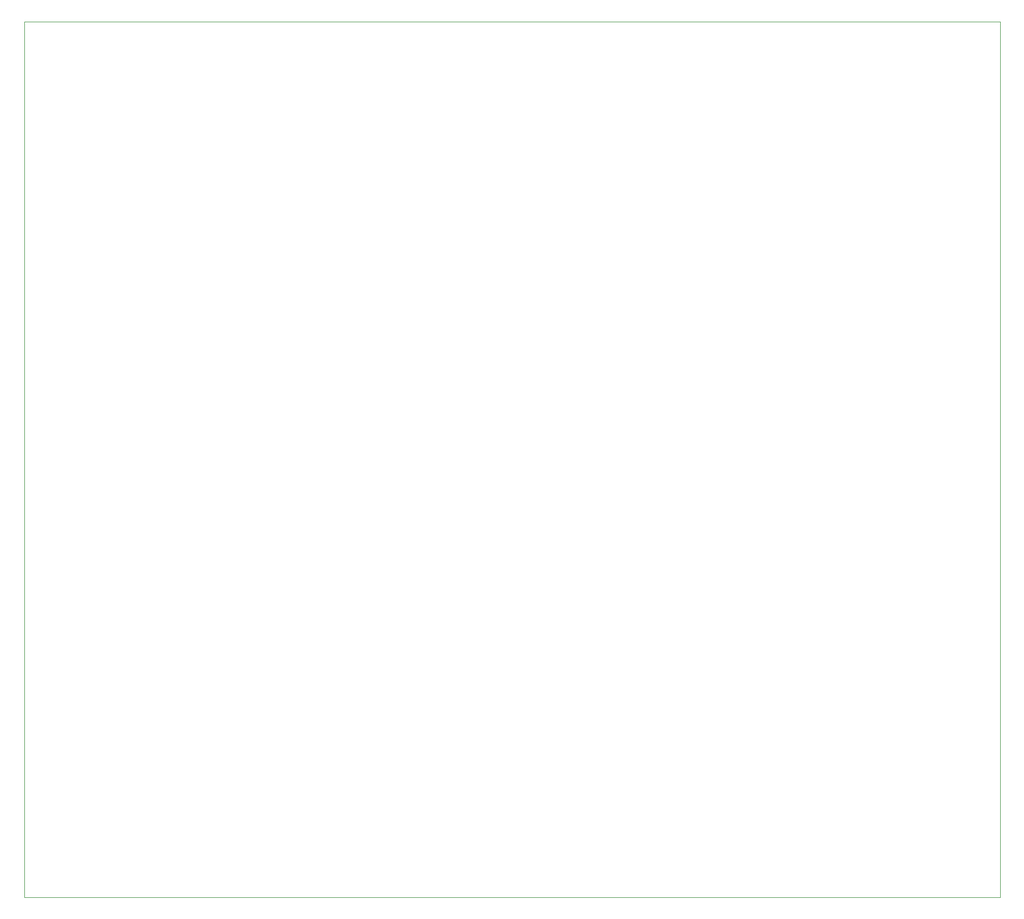
<source format=gbr>
%FSLAX34Y34*%
%MOMM*%
%LNOUTLINE*%
G71*
G01*
%ADD10C,0.002*%
%LPD*%
G54D10*
X-520000Y186000D02*
X1040000Y186000D01*
X1040000Y-1214000D01*
X-520000Y-1214000D01*
X-520000Y186000D01*
M02*

</source>
